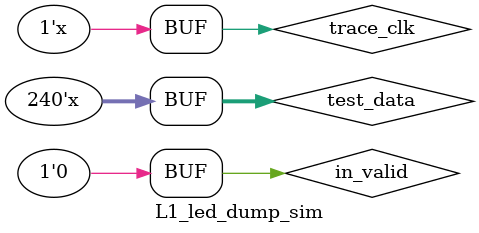
<source format=v>
`timescale 1ns / 1ps


module L1_led_dump_sim;
    reg trace_clk;
    reg in_valid;
    reg[239:0] test_data;
    wire[7:0] out_led;
    parameter CYCLE = 1;
    always # (CYCLE) trace_clk=~trace_clk;
    L1_led_dump L1_led_dump_i(
        .trace_clk(trace_clk),
        .test_data(test_data),
        .in_valid(in_valid),
        .out_led(out_led)
    );
    
initial begin
    trace_clk = 1;
    in_valid = 1'b1;
    test_data = 240'h0;
    #2
    in_valid = 1'b0;
    test_data = 240'hX;
    #2
    in_valid = 1'b1;
    test_data = 240'hX;
    #2
    in_valid = 1'b0;
    test_data = 240'hX;
    #2
    in_valid = 1'b1;
    test_data = 240'h0000_0001_0002_0003_0004_0005_0006_0007_0008_0009_000A_000B_000C_000D_000E;
    #2
    in_valid = 1'b0;
    test_data = 240'hX;
end
endmodule


</source>
